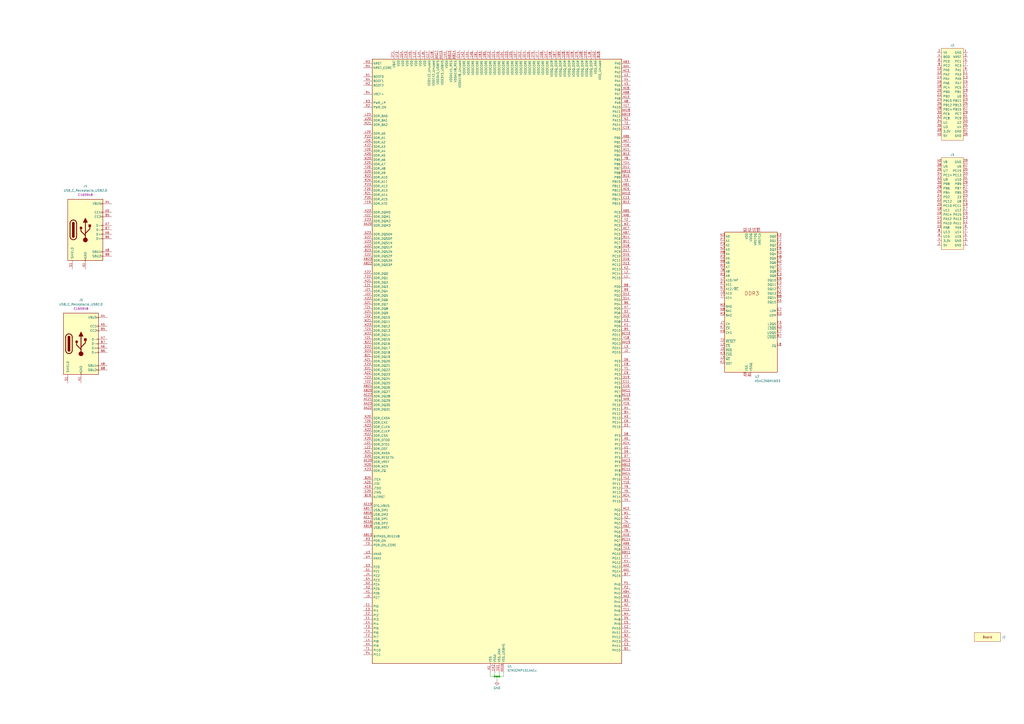
<source format=kicad_sch>
(kicad_sch (version 20230121) (generator eeschema)
  (paper "A2")
  (lib_symbols
    (symbol "Memory_RAM:AS4C256M16D3"
      (property "Reference" "U" (at -13.97 41.91 0))
      (property "Value" "AS4C256M16D3" (at 13.97 41.91 0))
      (symbol "AS4C256M16D3_0_1"
        (rectangle (start -15.24 -40.64) (end 15.24 40.64) (stroke (width 0.254)) (fill (type background)))
        (pin power_in line (at 0 43.18 270) (length 2.54) (name "VDDQ") (number "A1"))
        (pin passive line (at 0 43.18 270) (length 2.54) hide (name "VDDQ") (number "A8"))
        (pin power_in line (at -2.54 -43.18 90) (length 2.54) (name "VSS") (number "A9"))
        (pin power_in line (at 0 -43.18 90) (length 2.54) (name "VSSQ") (number "B1"))
        (pin power_in line (at -2.54 43.18 270) (length 2.54) (name "VDD") (number "B2"))
        (pin passive line (at -2.54 -43.18 90) (length 2.54) hide (name "VSS") (number "B3"))
        (pin passive line (at 0 -43.18 90) (length 2.54) hide (name "VSSQ") (number "B9"))
        (pin passive line (at 0 43.18 270) (length 2.54) hide (name "VDDQ") (number "C1"))
        (pin passive line (at 0 43.18 270) (length 2.54) hide (name "VDDQ") (number "C9"))
        (pin passive line (at 0 -43.18 90) (length 2.54) hide (name "VSSQ") (number "D1"))
        (pin passive line (at 0 43.18 270) (length 2.54) hide (name "VDDQ") (number "D2"))
        (pin passive line (at 0 -43.18 90) (length 2.54) hide (name "VSSQ") (number "D8"))
        (pin passive line (at -2.54 43.18 270) (length 2.54) hide (name "VDD") (number "D9"))
        (pin passive line (at -2.54 -43.18 90) (length 2.54) hide (name "VSS") (number "E1"))
        (pin passive line (at 0 -43.18 90) (length 2.54) hide (name "VSSQ") (number "E2"))
        (pin bidirectional line (at 17.78 38.1 180) (length 2.54) (name "DQ0") (number "E3"))
        (pin passive line (at 0 -43.18 90) (length 2.54) hide (name "VSSQ") (number "E8"))
        (pin passive line (at 0 43.18 270) (length 2.54) hide (name "VDDQ") (number "E9"))
        (pin passive line (at 0 43.18 270) (length 2.54) hide (name "VDDQ") (number "F1"))
        (pin bidirectional line (at 17.78 33.02 180) (length 2.54) (name "DQ2") (number "F2"))
        (pin bidirectional line (at 17.78 35.56 180) (length 2.54) (name "DQ1") (number "F7"))
        (pin bidirectional line (at 17.78 30.48 180) (length 2.54) (name "DQ3") (number "F8"))
        (pin passive line (at 0 -43.18 90) (length 2.54) hide (name "VSSQ") (number "F9"))
        (pin passive line (at 0 -43.18 90) (length 2.54) hide (name "VSSQ") (number "G1"))
        (pin bidirectional line (at 17.78 22.86 180) (length 2.54) (name "DQ6") (number "G2"))
        (pin passive line (at -2.54 43.18 270) (length 2.54) hide (name "VDD") (number "G7"))
        (pin passive line (at -2.54 -43.18 90) (length 2.54) hide (name "VSS") (number "G8"))
        (pin passive line (at 0 -43.18 90) (length 2.54) hide (name "VSSQ") (number "G9"))
        (pin power_in line (at 2.54 43.18 270) (length 2.54) (name "VREFDQ") (number "H1"))
        (pin passive line (at 0 43.18 270) (length 2.54) hide (name "VDDQ") (number "H2"))
        (pin bidirectional line (at 17.78 27.94 180) (length 2.54) (name "DQ4") (number "H3"))
        (pin bidirectional line (at 17.78 20.32 180) (length 2.54) (name "DQ7") (number "H7"))
        (pin bidirectional line (at 17.78 25.4 180) (length 2.54) (name "DQ5") (number "H8"))
        (pin passive line (at 0 43.18 270) (length 2.54) hide (name "VDDQ") (number "H9"))
        (pin passive line (at -2.54 -43.18 90) (length 2.54) hide (name "VSS") (number "J2"))
        (pin passive line (at -2.54 -43.18 90) (length 2.54) hide (name "VSS") (number "J8"))
        (pin passive line (at -2.54 43.18 270) (length 2.54) hide (name "VDD") (number "K2"))
        (pin passive line (at -2.54 43.18 270) (length 2.54) hide (name "VDD") (number "K8"))
        (pin input line (at -17.78 -25.4 0) (length 2.54) (name "~{CS}") (number "L2"))
        (pin input line (at -17.78 12.7 0) (length 2.54) (name "A10/AP") (number "L7"))
        (pin passive line (at -2.54 -43.18 90) (length 2.54) hide (name "VSS") (number "M1"))
        (pin passive line (at -2.54 -43.18 90) (length 2.54) hide (name "VSS") (number "M9"))
        (pin passive line (at -2.54 43.18 270) (length 2.54) hide (name "VDD") (number "N1"))
        (pin input line (at -17.78 30.48 0) (length 2.54) (name "A3") (number "N2"))
        (pin input line (at -17.78 38.1 0) (length 2.54) (name "A0") (number "N3"))
        (pin input line (at -17.78 7.62 0) (length 2.54) (name "A12/~{BC}") (number "N7"))
        (pin passive line (at -2.54 43.18 270) (length 2.54) hide (name "VDD") (number "N9"))
        (pin passive line (at -2.54 -43.18 90) (length 2.54) hide (name "VSS") (number "P1"))
        (pin input line (at -17.78 25.4 0) (length 2.54) (name "A5") (number "P2"))
        (pin input line (at -17.78 33.02 0) (length 2.54) (name "A2") (number "P3"))
        (pin input line (at -17.78 35.56 0) (length 2.54) (name "A1") (number "P7"))
        (pin input line (at -17.78 27.94 0) (length 2.54) (name "A4") (number "P8"))
        (pin passive line (at -2.54 -43.18 90) (length 2.54) hide (name "VSS") (number "P9"))
        (pin passive line (at -2.54 43.18 270) (length 2.54) hide (name "VDD") (number "R1"))
        (pin input line (at -17.78 20.32 0) (length 2.54) (name "A7") (number "R2"))
        (pin input line (at -17.78 15.24 0) (length 2.54) (name "A9") (number "R3"))
        (pin input line (at -17.78 10.16 0) (length 2.54) (name "A11") (number "R7"))
        (pin input line (at -17.78 22.86 0) (length 2.54) (name "A6") (number "R8"))
        (pin passive line (at -2.54 43.18 270) (length 2.54) hide (name "VDD") (number "R9"))
        (pin passive line (at -2.54 -43.18 90) (length 2.54) hide (name "VSS") (number "T1"))
        (pin input line (at -17.78 -22.86 0) (length 2.54) (name "~{RESET}") (number "T2"))
        (pin input line (at -17.78 5.08 0) (length 2.54) (name "A13") (number "T3"))
        (pin input line (at -17.78 2.54 0) (length 2.54) (name "A14") (number "T7"))
        (pin input line (at -17.78 17.78 0) (length 2.54) (name "A8") (number "T8"))
        (pin passive line (at -2.54 -43.18 90) (length 2.54) hide (name "VSS") (number "T9"))
      )
      (symbol "AS4C256M16D3_1_1"
        (text "DDR3" (at -3.81 3.81 0) (effects (font (size 2.1336 2.1336)) (justify left bottom)))
        (pin bidirectional line (at 17.78 5.08 180) (length 2.54) (name "DQ13") (number "A2"))
        (pin bidirectional line (at 17.78 0 180) (length 2.54) (name "DQ15") (number "A3"))
        (pin bidirectional line (at 17.78 7.62 180) (length 2.54) (name "DQ12") (number "A7"))
        (pin bidirectional line (at 17.78 -20.32 180) (length 2.54) (name "~{UDQS}") (number "B7"))
        (pin bidirectional line (at 17.78 2.54 180) (length 2.54) (name "DQ14") (number "B8"))
        (pin bidirectional line (at 17.78 10.16 180) (length 2.54) (name "DQ11") (number "C2"))
        (pin bidirectional line (at 17.78 15.24 180) (length 2.54) (name "DQ9") (number "C3"))
        (pin bidirectional line (at 17.78 -17.78 180) (length 2.54) (name "UDQS") (number "C7"))
        (pin bidirectional line (at 17.78 12.7 180) (length 2.54) (name "DQ10") (number "C8"))
        (pin input line (at 17.78 -7.62 180) (length 2.54) (name "UDM") (number "D3"))
        (pin bidirectional line (at 17.78 17.78 180) (length 2.54) (name "DQ8") (number "D7"))
        (pin input line (at 17.78 -5.08 180) (length 2.54) (name "LDM") (number "E7"))
        (pin bidirectional line (at 17.78 -12.7 180) (length 2.54) (name "LDQS") (number "F3"))
        (pin bidirectional line (at 17.78 -15.24 180) (length 2.54) (name "~{LDQS}") (number "G3"))
        (pin no_connect line (at 15.24 -27.94 180) (length 2.54) hide (name "NC") (number "J1"))
        (pin input line (at -17.78 -27.94 0) (length 2.54) (name "~{RAS}") (number "J3"))
        (pin input line (at -17.78 -12.7 0) (length 2.54) (name "CK") (number "J7"))
        (pin no_connect line (at 15.24 -30.48 180) (length 2.54) hide (name "NC") (number "J9"))
        (pin input line (at -17.78 -35.56 0) (length 2.54) (name "ODT") (number "K1"))
        (pin input line (at -17.78 -30.48 0) (length 2.54) (name "~{CAS}") (number "K3"))
        (pin input line (at -17.78 -15.24 0) (length 2.54) (name "~{CK}") (number "K7"))
        (pin input line (at -17.78 -17.78 0) (length 2.54) (name "CKE") (number "K9"))
        (pin no_connect line (at 15.24 -33.02 180) (length 2.54) hide (name "NC") (number "L1"))
        (pin input line (at -17.78 -33.02 0) (length 2.54) (name "~{WE}") (number "L3"))
        (pin input line (at 17.78 -25.4 180) (length 2.54) (name "ZQ") (number "L8"))
        (pin no_connect line (at 15.24 -35.56 180) (length 2.54) hide (name "NC") (number "L9"))
        (pin input line (at -17.78 -2.54 0) (length 2.54) (name "BA0") (number "M2"))
        (pin input line (at -17.78 -7.62 0) (length 2.54) (name "BA2") (number "M3"))
        (pin no_connect line (at 15.24 -38.1 180) (length 2.54) hide (name "NC") (number "M7"))
        (pin power_in line (at 5.08 43.18 270) (length 2.54) (name "VREFCA") (number "M8"))
        (pin input line (at -17.78 -5.08 0) (length 2.54) (name "BA1") (number "N8"))
      )
    )
    (symbol "power:GND" (power) (pin_names (offset 0))
      (property "Value" "GND" (at 0 -3.81 0))
      (symbol "GND_0_1"
        (polyline (pts (xy 0 0) (xy 0 -1.27) (xy 1.27 -1.27) (xy 0 -2.54) (xy -1.27 -1.27) (xy 0 -1.27)))
      )
      (symbol "GND_1_1"
        (pin power_in line (at 0 0 270) (length 0) hide (name "GND") (number "1"))
      )
    )
    (symbol "stm32world:STM32MP151AACx"
      (property "Reference" "U" (at -71.12 176.53 0))
      (property "Value" "STM32MP151AACx" (at 63.5 176.53 0))
      (symbol "STM32MP151AACx_0_1"
        (rectangle (start -71.12 -175.26) (end 73.66 175.26) (stroke (width 0.254)) (fill (type background)))
      )
      (symbol "STM32MP151AACx_1_1"
        (pin power_in line (at -17.78 180.34 270) (length 5.08) (name "VDDCORE") (number "1A2"))
        (pin passive line (at -2.54 -180.34 90) (length 5.08) hide (name "VSS") (number "1A3"))
        (pin power_in line (at -15.24 180.34 270) (length 5.08) (name "VDDCORE") (number "1A4"))
        (pin passive line (at -2.54 -180.34 90) (length 5.08) hide (name "VSS") (number "1A5"))
        (pin power_in line (at -12.7 180.34 270) (length 5.08) (name "VDDCORE") (number "1A6"))
        (pin passive line (at -2.54 -180.34 90) (length 5.08) hide (name "VSS") (number "1A7"))
        (pin power_in line (at 33.02 180.34 270) (length 5.08) (name "VDDQ_DDR") (number "1A8"))
        (pin power_in line (at -10.16 180.34 270) (length 5.08) (name "VDDCORE") (number "1B1"))
        (pin passive line (at -2.54 -180.34 90) (length 5.08) hide (name "VSS") (number "1B2"))
        (pin power_in line (at -7.62 180.34 270) (length 5.08) (name "VDDCORE") (number "1B3"))
        (pin passive line (at -2.54 -180.34 90) (length 5.08) hide (name "VSS") (number "1B4"))
        (pin power_in line (at -5.08 180.34 270) (length 5.08) (name "VDDCORE") (number "1B5"))
        (pin passive line (at -2.54 -180.34 90) (length 5.08) hide (name "VSS") (number "1B6"))
        (pin power_in line (at 35.56 180.34 270) (length 5.08) (name "VDDQ_DDR") (number "1B7"))
        (pin passive line (at -2.54 -180.34 90) (length 5.08) hide (name "VSS") (number "1B8"))
        (pin power_in line (at 38.1 180.34 270) (length 5.08) (name "VDDQ_DDR") (number "1B9"))
        (pin passive line (at -2.54 -180.34 90) (length 5.08) hide (name "VSS") (number "1C1"))
        (pin power_in line (at -2.54 180.34 270) (length 5.08) (name "VDDCORE") (number "1C2"))
        (pin passive line (at -2.54 -180.34 90) (length 5.08) hide (name "VSS") (number "1C3"))
        (pin power_in line (at 0 180.34 270) (length 5.08) (name "VDDCORE") (number "1C4"))
        (pin passive line (at -2.54 -180.34 90) (length 5.08) hide (name "VSS") (number "1C5"))
        (pin power_in line (at 2.54 180.34 270) (length 5.08) (name "VDDCORE") (number "1C6"))
        (pin passive line (at -2.54 -180.34 90) (length 5.08) hide (name "VSS") (number "1C7"))
        (pin power_in line (at 40.64 180.34 270) (length 5.08) (name "VDDQ_DDR") (number "1C8"))
        (pin passive line (at -2.54 -180.34 90) (length 5.08) hide (name "VSS") (number "1C9"))
        (pin power_in line (at 5.08 180.34 270) (length 5.08) (name "VDDCORE") (number "1D1"))
        (pin passive line (at -2.54 -180.34 90) (length 5.08) hide (name "VSS") (number "1D2"))
        (pin power_in line (at 7.62 180.34 270) (length 5.08) (name "VDDCORE") (number "1D3"))
        (pin passive line (at -2.54 -180.34 90) (length 5.08) hide (name "VSS") (number "1D4"))
        (pin power_in line (at 10.16 180.34 270) (length 5.08) (name "VDDCORE") (number "1D5"))
        (pin passive line (at -2.54 -180.34 90) (length 5.08) hide (name "VSS") (number "1D6"))
        (pin power_in line (at 12.7 180.34 270) (length 5.08) (name "VDDCORE") (number "1D7"))
        (pin passive line (at -2.54 -180.34 90) (length 5.08) hide (name "VSS") (number "1D8"))
        (pin power_in line (at 43.18 180.34 270) (length 5.08) (name "VDDQ_DDR") (number "1D9"))
        (pin passive line (at -2.54 -180.34 90) (length 5.08) hide (name "VSS") (number "1E1"))
        (pin power_in line (at 15.24 180.34 270) (length 5.08) (name "VDDCORE") (number "1E2"))
        (pin passive line (at -2.54 -180.34 90) (length 5.08) hide (name "VSS") (number "1E3"))
        (pin power_in line (at 17.78 180.34 270) (length 5.08) (name "VDDCORE") (number "1E4"))
        (pin passive line (at -2.54 -180.34 90) (length 5.08) hide (name "VSS") (number "1E5"))
        (pin power_in line (at 20.32 180.34 270) (length 5.08) (name "VDDCORE") (number "1E6"))
        (pin passive line (at -2.54 -180.34 90) (length 5.08) hide (name "VSS") (number "1E7"))
        (pin power_in line (at 45.72 180.34 270) (length 5.08) (name "VDDQ_DDR") (number "1E8"))
        (pin passive line (at -2.54 -180.34 90) (length 5.08) hide (name "VSS") (number "1E9"))
        (pin power_in line (at -58.42 180.34 270) (length 5.08) (name "VBAT") (number "1F1"))
        (pin passive line (at -2.54 -180.34 90) (length 5.08) hide (name "VSS") (number "1F2"))
        (pin power_in line (at -55.88 180.34 270) (length 5.08) (name "VDD") (number "1F3"))
        (pin passive line (at -2.54 -180.34 90) (length 5.08) hide (name "VSS") (number "1F4"))
        (pin power_in line (at 22.86 180.34 270) (length 5.08) (name "VDDCORE") (number "1F5"))
        (pin passive line (at -2.54 -180.34 90) (length 5.08) hide (name "VSS") (number "1F6"))
        (pin power_in line (at 25.4 180.34 270) (length 5.08) (name "VDDCORE") (number "1F7"))
        (pin passive line (at -2.54 -180.34 90) (length 5.08) hide (name "VSS") (number "1F8"))
        (pin power_in line (at 48.26 180.34 270) (length 5.08) (name "VDDQ_DDR") (number "1F9"))
        (pin power_in line (at 2.54 -180.34 90) (length 5.08) (name "VSS_ANA") (number "1G1"))
        (pin power_in line (at 58.42 180.34 270) (length 5.08) (name "VDD_ANA") (number "1G2"))
        (pin passive line (at -2.54 -180.34 90) (length 5.08) hide (name "VSS") (number "1G3"))
        (pin power_in line (at -53.34 180.34 270) (length 5.08) (name "VDD") (number "1G4"))
        (pin passive line (at -2.54 -180.34 90) (length 5.08) hide (name "VSS") (number "1G5"))
        (pin power_in line (at 27.94 180.34 270) (length 5.08) (name "VDDCORE") (number "1G6"))
        (pin passive line (at -2.54 -180.34 90) (length 5.08) hide (name "VSS") (number "1G7"))
        (pin power_in line (at 50.8 180.34 270) (length 5.08) (name "VDDQ_DDR") (number "1G8"))
        (pin passive line (at -2.54 -180.34 90) (length 5.08) hide (name "VSS") (number "1G9"))
        (pin power_in line (at -27.94 180.34 270) (length 5.08) (name "VDDA") (number "1H1"))
        (pin power_in line (at 0 -180.34 90) (length 5.08) (name "VSSA") (number "1H2"))
        (pin power_in line (at -50.8 180.34 270) (length 5.08) (name "VDD") (number "1H3"))
        (pin passive line (at -2.54 -180.34 90) (length 5.08) hide (name "VSS") (number "1H4"))
        (pin power_in line (at -48.26 180.34 270) (length 5.08) (name "VDD") (number "1H5"))
        (pin passive line (at -2.54 -180.34 90) (length 5.08) hide (name "VSS") (number "1H6"))
        (pin power_in line (at 30.48 180.34 270) (length 5.08) (name "VDDCORE") (number "1H7"))
        (pin passive line (at -2.54 -180.34 90) (length 5.08) hide (name "VSS") (number "1H8"))
        (pin power_in line (at 53.34 180.34 270) (length 5.08) (name "VDDQ_DDR") (number "1H9"))
        (pin power_in line (at -45.72 180.34 270) (length 5.08) (name "VDD") (number "1J2"))
        (pin passive line (at -2.54 -180.34 90) (length 5.08) hide (name "VSS") (number "1J3"))
        (pin power_in line (at -43.18 180.34 270) (length 5.08) (name "VDD") (number "1J4"))
        (pin passive line (at -2.54 -180.34 90) (length 5.08) hide (name "VSS") (number "1J5"))
        (pin power_in line (at -40.64 180.34 270) (length 5.08) (name "VDD") (number "1J6"))
        (pin passive line (at -2.54 -180.34 90) (length 5.08) hide (name "VSS") (number "1J7"))
        (pin power_in line (at 55.88 180.34 270) (length 5.08) (name "VDDQ_DDR") (number "1J8"))
        (pin power_in line (at -2.54 -180.34 90) (length 5.08) (name "VSS") (number "A1"))
        (pin bidirectional line (at 78.74 -101.6 180) (length 5.08) (name "PG6") (number "A10"))
        (pin bidirectional line (at 78.74 121.92 180) (length 5.08) (name "PB3") (number "A11"))
        (pin bidirectional line (at 78.74 152.4 180) (length 5.08) (name "PA8") (number "A13"))
        (pin bidirectional line (at 78.74 -48.26 180) (length 5.08) (name "PF2") (number "A14"))
        (pin no_connect line (at -71.12 -175.26 0) (length 5.08) hide (name "DNU") (number "A16"))
        (pin no_connect line (at -71.12 -172.72 0) (length 5.08) hide (name "DNU") (number "A17"))
        (pin bidirectional line (at -76.2 -73.66 0) (length 5.08) (name "JTDO") (number "A19"))
        (pin bidirectional line (at 78.74 -142.24 180) (length 5.08) (name "PH5") (number "A2"))
        (pin bidirectional line (at -76.2 -71.12 0) (length 5.08) (name "JTDI") (number "A20"))
        (pin bidirectional line (at -76.2 0 0) (length 5.08) (name "DDR_DQ20") (number "A21"))
        (pin bidirectional line (at -76.2 -7.62 0) (length 5.08) (name "DDR_DQ23") (number "A22"))
        (pin passive line (at -2.54 -180.34 90) (length 5.08) hide (name "VSS") (number "A23"))
        (pin bidirectional line (at 78.74 -33.02 180) (length 5.08) (name "PE13") (number "A3"))
        (pin bidirectional line (at 78.74 -27.94 180) (length 5.08) (name "PE11") (number "A4"))
        (pin bidirectional line (at 78.74 -45.72 180) (length 5.08) (name "PF1") (number "A5"))
        (pin bidirectional line (at 78.74 30.48 180) (length 5.08) (name "PD5") (number "A7"))
        (pin bidirectional line (at 78.74 149.86 180) (length 5.08) (name "PA9") (number "A8"))
        (pin bidirectional line (at 78.74 -121.92 180) (length 5.08) (name "PG14") (number "AA1"))
        (pin bidirectional line (at 78.74 96.52 180) (length 5.08) (name "PB13") (number "AA10"))
        (pin bidirectional line (at 78.74 -17.78 180) (length 5.08) (name "PE7") (number "AA11"))
        (pin passive line (at -2.54 -180.34 90) (length 5.08) hide (name "VSS") (number "AA12"))
        (pin bidirectional line (at 78.74 -58.42 180) (length 5.08) (name "PF6") (number "AA13"))
        (pin bidirectional line (at 78.74 -66.04 180) (length 5.08) (name "PF9") (number "AA14"))
        (pin power_in line (at -30.48 180.34 270) (length 5.08) (name "VDD3V3_USBHS") (number "AA15"))
        (pin power_in line (at 5.08 -180.34 90) (length 5.08) (name "VSS_USBHS") (number "AA16"))
        (pin power_in line (at -33.02 180.34 270) (length 5.08) (name "VDD3V3_USBFS") (number "AA17"))
        (pin bidirectional line (at 78.74 144.78 180) (length 5.08) (name "PA11") (number "AA18"))
        (pin bidirectional line (at 78.74 10.16 180) (length 5.08) (name "PD13") (number "AA19"))
        (pin bidirectional line (at 78.74 -119.38 180) (length 5.08) (name "PG13") (number "AA2"))
        (pin bidirectional line (at -76.2 78.74 0) (length 5.08) (name "DDR_DQM3") (number "AA20"))
        (pin passive line (at -2.54 -180.34 90) (length 5.08) hide (name "VSS") (number "AA21"))
        (pin bidirectional line (at -76.2 -27.94 0) (length 5.08) (name "DDR_DQ31") (number "AA22"))
        (pin bidirectional line (at -76.2 -25.4 0) (length 5.08) (name "DDR_DQ30") (number "AA23"))
        (pin bidirectional line (at 78.74 -137.16 180) (length 5.08) (name "PH3") (number "AA3"))
        (pin bidirectional line (at 78.74 170.18 180) (length 5.08) (name "PA1") (number "AA4"))
        (pin passive line (at -2.54 -180.34 90) (length 5.08) hide (name "VSS") (number "AA5"))
        (pin bidirectional line (at 78.74 83.82 180) (length 5.08) (name "PC1") (number "AA6"))
        (pin bidirectional line (at 78.74 127 180) (length 5.08) (name "PB1") (number "AA7"))
        (pin passive line (at -2.54 -180.34 90) (length 5.08) hide (name "VSS") (number "AA8"))
        (pin bidirectional line (at 78.74 -22.86 180) (length 5.08) (name "PE9") (number "AA9"))
        (pin bidirectional line (at 78.74 101.6 180) (length 5.08) (name "PB11") (number "AB1"))
        (pin bidirectional line (at 78.74 109.22 180) (length 5.08) (name "PB8") (number "AB10"))
        (pin bidirectional line (at 78.74 -111.76 180) (length 5.08) (name "PG10") (number "AB11"))
        (pin bidirectional line (at 78.74 -60.96 180) (length 5.08) (name "PF7") (number "AB12"))
        (pin bidirectional line (at -76.2 -101.6 0) (length 5.08) (name "BYPASS_REG1V8") (number "AB13"))
        (pin power_in line (at -22.86 180.34 270) (length 5.08) (name "VDDA1V8_REG") (number "AB14"))
        (pin power_in line (at -25.4 180.34 270) (length 5.08) (name "VDDA1V1_REG") (number "AB15"))
        (pin bidirectional line (at -76.2 -88.9 0) (length 5.08) (name "USB_DM2") (number "AB16"))
        (pin bidirectional line (at -76.2 -86.36 0) (length 5.08) (name "USB_DM1") (number "AB17"))
        (pin bidirectional line (at -76.2 -96.52 0) (length 5.08) (name "USB_RREF") (number "AB18"))
        (pin bidirectional line (at 78.74 142.24 180) (length 5.08) (name "PA12") (number "AB19"))
        (pin bidirectional line (at 78.74 -96.52 180) (length 5.08) (name "PG4") (number "AB2"))
        (pin bidirectional line (at -76.2 -17.78 0) (length 5.08) (name "DDR_DQ27") (number "AB20"))
        (pin bidirectional line (at -76.2 -15.24 0) (length 5.08) (name "DDR_DQ26") (number "AB21"))
        (pin bidirectional line (at -76.2 55.88 0) (length 5.08) (name "DDR_DQS3P") (number "AB22"))
        (pin bidirectional line (at -76.2 58.42 0) (length 5.08) (name "DDR_DQS3N") (number "AB23"))
        (pin bidirectional line (at 78.74 172.72 180) (length 5.08) (name "PA0") (number "AB3"))
        (pin bidirectional line (at 78.74 -134.62 180) (length 5.08) (name "PH2") (number "AB4"))
        (pin bidirectional line (at 78.74 86.36 180) (length 5.08) (name "PC0") (number "AB5"))
        (pin bidirectional line (at 78.74 129.54 180) (length 5.08) (name "PB0") (number "AB6"))
        (pin bidirectional line (at 78.74 73.66 180) (length 5.08) (name "PC5") (number "AB7"))
        (pin bidirectional line (at 78.74 154.94 180) (length 5.08) (name "PA7") (number "AB8"))
        (pin bidirectional line (at 78.74 -106.68 180) (length 5.08) (name "PG8") (number "AB9"))
        (pin passive line (at -2.54 -180.34 90) (length 5.08) hide (name "VSS") (number "AC1"))
        (pin bidirectional line (at 78.74 15.24 180) (length 5.08) (name "PD11") (number "AC10"))
        (pin bidirectional line (at 78.74 -63.5 180) (length 5.08) (name "PF8") (number "AC11"))
        (pin bidirectional line (at 78.74 -20.32 180) (length 5.08) (name "PE8") (number "AC13"))
        (pin bidirectional line (at 78.74 -104.14 180) (length 5.08) (name "PG7") (number "AC14"))
        (pin bidirectional line (at -76.2 -93.98 0) (length 5.08) (name "USB_DP2") (number "AC16"))
        (pin bidirectional line (at -76.2 -91.44 0) (length 5.08) (name "USB_DP1") (number "AC17"))
        (pin bidirectional line (at -76.2 -83.82 0) (length 5.08) (name "OTG_VBUS") (number "AC19"))
        (pin bidirectional line (at 78.74 -86.36 180) (length 5.08) (name "PG0") (number "AC2"))
        (pin bidirectional line (at -76.2 -58.42 0) (length 5.08) (name "DDR_VREF") (number "AC20"))
        (pin bidirectional line (at -76.2 -22.86 0) (length 5.08) (name "DDR_DQ29") (number "AC21"))
        (pin bidirectional line (at -76.2 -20.32 0) (length 5.08) (name "DDR_DQ28") (number "AC22"))
        (pin passive line (at -2.54 -180.34 90) (length 5.08) hide (name "VSS") (number "AC23"))
        (pin bidirectional line (at 78.74 167.64 180) (length 5.08) (name "PA2") (number "AC3"))
        (pin bidirectional line (at 78.74 -78.74 180) (length 5.08) (name "PF14") (number "AC4"))
        (pin bidirectional line (at 78.74 99.06 180) (length 5.08) (name "PB12") (number "AC5"))
        (pin bidirectional line (at 78.74 76.2 180) (length 5.08) (name "PC4") (number "AC7"))
        (pin bidirectional line (at 78.74 157.48 180) (length 5.08) (name "PA6") (number "AC8"))
        (pin bidirectional line (at 78.74 -167.64 180) (length 5.08) (name "PH15") (number "B1"))
        (pin bidirectional line (at 78.74 106.68 180) (length 5.08) (name "PB9") (number "B10"))
        (pin bidirectional line (at 78.74 68.58 180) (length 5.08) (name "PC7") (number "B11"))
        (pin bidirectional line (at 78.74 91.44 180) (length 5.08) (name "PB15") (number "B12"))
        (pin bidirectional line (at 78.74 119.38 180) (length 5.08) (name "PB4") (number "B13"))
        (pin bidirectional line (at 78.74 71.12 180) (length 5.08) (name "PC6") (number "B14"))
        (pin no_connect line (at -71.12 -170.18 0) (length 5.08) hide (name "DNU") (number "B15"))
        (pin no_connect line (at -71.12 -167.64 0) (length 5.08) hide (name "DNU") (number "B16"))
        (pin no_connect line (at -71.12 -165.1 0) (length 5.08) hide (name "DNU") (number "B17"))
        (pin power_in line (at 60.96 180.34 270) (length 5.08) (name "VDD_Unused") (number "B18"))
        (pin bidirectional line (at -76.2 -78.74 0) (length 5.08) (name "NJTRST") (number "B19"))
        (pin bidirectional line (at 78.74 -160.02 180) (length 5.08) (name "PH12") (number "B2"))
        (pin bidirectional line (at -76.2 -68.58 0) (length 5.08) (name "JTCK") (number "B20"))
        (pin bidirectional line (at -76.2 2.54 0) (length 5.08) (name "DDR_DQ19") (number "B21"))
        (pin bidirectional line (at -76.2 10.16 0) (length 5.08) (name "DDR_DQ16") (number "B22"))
        (pin bidirectional line (at -76.2 63.5 0) (length 5.08) (name "DDR_DQS2N") (number "B23"))
        (pin bidirectional line (at 78.74 -139.7 180) (length 5.08) (name "PH4") (number "B3"))
        (pin bidirectional line (at 78.74 -30.48 180) (length 5.08) (name "PE12") (number "B4"))
        (pin bidirectional line (at 78.74 17.78 180) (length 5.08) (name "PD10") (number "B5"))
        (pin bidirectional line (at 78.74 33.02 180) (length 5.08) (name "PD4") (number "B6"))
        (pin bidirectional line (at 78.74 -124.46 180) (length 5.08) (name "PG15") (number "B7"))
        (pin bidirectional line (at 78.74 43.18 180) (length 5.08) (name "PD0") (number "B8"))
        (pin bidirectional line (at 78.74 40.64 180) (length 5.08) (name "PD1") (number "B9"))
        (pin bidirectional line (at -76.2 -142.24 0) (length 5.08) (name "PI0") (number "C1"))
        (pin bidirectional line (at 78.74 -15.24 180) (length 5.08) (name "PE6") (number "C10"))
        (pin bidirectional line (at 78.74 -12.7 180) (length 5.08) (name "PE5") (number "C11"))
        (pin passive line (at -2.54 -180.34 90) (length 5.08) hide (name "VSS") (number "C12"))
        (pin bidirectional line (at 78.74 93.98 180) (length 5.08) (name "PB14") (number "C13"))
        (pin power_in line (at -20.32 180.34 270) (length 5.08) (name "VDDA1V8_Unused") (number "C14"))
        (pin no_connect line (at -71.12 -162.56 0) (length 5.08) hide (name "DNU") (number "C15"))
        (pin passive line (at -2.54 -180.34 90) (length 5.08) hide (name "VSS") (number "C16"))
        (pin power_in line (at -38.1 180.34 270) (length 5.08) (name "VDD1V2_Unused") (number "C17"))
        (pin power_in line (at -35.56 180.34 270) (length 5.08) (name "VDD1V2_Unused") (number "C18"))
        (pin bidirectional line (at 78.74 134.62 180) (length 5.08) (name "PA15") (number "C19"))
        (pin bidirectional line (at 78.74 -154.94 180) (length 5.08) (name "PH10") (number "C2"))
        (pin bidirectional line (at -76.2 -76.2 0) (length 5.08) (name "JTMS") (number "C20"))
        (pin passive line (at -2.54 -180.34 90) (length 5.08) hide (name "VSS") (number "C21"))
        (pin bidirectional line (at -76.2 60.96 0) (length 5.08) (name "DDR_DQS2P") (number "C22"))
        (pin bidirectional line (at -76.2 81.28 0) (length 5.08) (name "DDR_DQM2") (number "C23"))
        (pin bidirectional line (at 78.74 -165.1 180) (length 5.08) (name "PH14") (number "C3"))
        (pin bidirectional line (at 78.74 -157.48 180) (length 5.08) (name "PH11") (number "C4"))
        (pin bidirectional line (at 78.74 -152.4 180) (length 5.08) (name "PH9") (number "C5"))
        (pin bidirectional line (at 78.74 -35.56 180) (length 5.08) (name "PE14") (number "C6"))
        (pin passive line (at -2.54 -180.34 90) (length 5.08) hide (name "VSS") (number "C7"))
        (pin bidirectional line (at 78.74 -2.54 180) (length 5.08) (name "PE1") (number "C8"))
        (pin bidirectional line (at 78.74 -7.62 180) (length 5.08) (name "PE3") (number "C9"))
        (pin bidirectional line (at 78.74 -162.56 180) (length 5.08) (name "PH13") (number "D1"))
        (pin bidirectional line (at 78.74 25.4 180) (length 5.08) (name "PD7") (number "D10"))
        (pin bidirectional line (at 78.74 111.76 180) (length 5.08) (name "PB7") (number "D11"))
        (pin bidirectional line (at 78.74 38.1 180) (length 5.08) (name "PD2") (number "D12"))
        (pin bidirectional line (at 78.74 55.88 180) (length 5.08) (name "PC12") (number "D13"))
        (pin bidirectional line (at 78.74 35.56 180) (length 5.08) (name "PD3") (number "D14"))
        (pin bidirectional line (at 78.74 60.96 180) (length 5.08) (name "PC10") (number "D15"))
        (pin bidirectional line (at 78.74 58.42 180) (length 5.08) (name "PC11") (number "D16"))
        (pin bidirectional line (at 78.74 63.5 180) (length 5.08) (name "PC9") (number "D17"))
        (pin bidirectional line (at 78.74 66.04 180) (length 5.08) (name "PC8") (number "D18"))
        (pin bidirectional line (at 78.74 -10.16 180) (length 5.08) (name "PE4") (number "D19"))
        (pin bidirectional line (at 78.74 27.94 180) (length 5.08) (name "PD6") (number "D2"))
        (pin bidirectional line (at -76.2 -55.88 0) (length 5.08) (name "DDR_RESETN") (number "D20"))
        (pin bidirectional line (at -76.2 -5.08 0) (length 5.08) (name "DDR_DQ22") (number "D21"))
        (pin bidirectional line (at -76.2 7.62 0) (length 5.08) (name "DDR_DQ17") (number "D22"))
        (pin bidirectional line (at -76.2 5.08 0) (length 5.08) (name "DDR_DQ18") (number "D23"))
        (pin bidirectional line (at 78.74 -38.1 180) (length 5.08) (name "PE15") (number "D3"))
        (pin passive line (at -2.54 -180.34 90) (length 5.08) hide (name "VSS") (number "D4"))
        (pin bidirectional line (at 78.74 -149.86 180) (length 5.08) (name "PH8") (number "D5"))
        (pin bidirectional line (at 78.74 0 180) (length 5.08) (name "PE0") (number "D6"))
        (pin bidirectional line (at 78.74 -55.88 180) (length 5.08) (name "PF5") (number "D7"))
        (pin bidirectional line (at 78.74 -43.18 180) (length 5.08) (name "PF0") (number "D8"))
        (pin bidirectional line (at 78.74 -53.34 180) (length 5.08) (name "PF4") (number "D9"))
        (pin bidirectional line (at -76.2 -149.86 0) (length 5.08) (name "PI3") (number "E1"))
        (pin bidirectional line (at -76.2 -147.32 0) (length 5.08) (name "PI2") (number "E2"))
        (pin bidirectional line (at -76.2 114.3 0) (length 5.08) (name "DDR_A7") (number "E20"))
        (pin bidirectional line (at -76.2 43.18 0) (length 5.08) (name "DDR_DQ3") (number "E21"))
        (pin bidirectional line (at -76.2 50.8 0) (length 5.08) (name "DDR_DQ0") (number "E22"))
        (pin bidirectional line (at -76.2 -2.54 0) (length 5.08) (name "DDR_DQ21") (number "E23"))
        (pin bidirectional line (at -76.2 -144.78 0) (length 5.08) (name "PI1") (number "E3"))
        (pin bidirectional line (at -76.2 -152.4 0) (length 5.08) (name "PI4") (number "E4"))
        (pin bidirectional line (at -76.2 -160.02 0) (length 5.08) (name "PI7") (number "F2"))
        (pin bidirectional line (at -76.2 99.06 0) (length 5.08) (name "DDR_A13") (number "F20"))
        (pin passive line (at -2.54 -180.34 90) (length 5.08) hide (name "VSS") (number "F21"))
        (pin bidirectional line (at -76.2 48.26 0) (length 5.08) (name "DDR_DQ1") (number "F22"))
        (pin bidirectional line (at -76.2 -154.94 0) (length 5.08) (name "PI5") (number "F3"))
        (pin bidirectional line (at -76.2 -157.48 0) (length 5.08) (name "PI6") (number "F4"))
        (pin bidirectional line (at -76.2 -121.92 0) (length 5.08) (name "PZ1") (number "G1"))
        (pin bidirectional line (at -76.2 -129.54 0) (length 5.08) (name "PZ4") (number "G2"))
        (pin bidirectional line (at -76.2 109.22 0) (length 5.08) (name "DDR_A9") (number "G20"))
        (pin bidirectional line (at -76.2 33.02 0) (length 5.08) (name "DDR_DQ7") (number "G21"))
        (pin bidirectional line (at -76.2 71.12 0) (length 5.08) (name "DDR_DQS0P") (number "G22"))
        (pin bidirectional line (at -76.2 73.66 0) (length 5.08) (name "DDR_DQS0N") (number "G23"))
        (pin bidirectional line (at -76.2 -119.38 0) (length 5.08) (name "PZ0") (number "G3"))
        (pin bidirectional line (at -76.2 -127 0) (length 5.08) (name "PZ3") (number "G4"))
        (pin bidirectional line (at -76.2 -134.62 0) (length 5.08) (name "PZ6") (number "H1"))
        (pin bidirectional line (at -76.2 -132.08 0) (length 5.08) (name "PZ5") (number "H2"))
        (pin bidirectional line (at -76.2 119.38 0) (length 5.08) (name "DDR_A5") (number "H20"))
        (pin bidirectional line (at -76.2 45.72 0) (length 5.08) (name "DDR_DQ2") (number "H21"))
        (pin bidirectional line (at -76.2 35.56 0) (length 5.08) (name "DDR_DQ6") (number "H22"))
        (pin bidirectional line (at -76.2 86.36 0) (length 5.08) (name "DDR_DQM0") (number "H23"))
        (pin passive line (at -2.54 -180.34 90) (length 5.08) hide (name "VSS") (number "H3"))
        (pin bidirectional line (at -76.2 -165.1 0) (length 5.08) (name "PI9") (number "H4"))
        (pin bidirectional line (at 78.74 5.08 180) (length 5.08) (name "PD15") (number "J2"))
        (pin bidirectional line (at -76.2 127 0) (length 5.08) (name "DDR_A2") (number "J20"))
        (pin bidirectional line (at -76.2 40.64 0) (length 5.08) (name "DDR_DQ4") (number "J21"))
        (pin bidirectional line (at -76.2 38.1 0) (length 5.08) (name "DDR_DQ5") (number "J22"))
        (pin bidirectional line (at -76.2 -137.16 0) (length 5.08) (name "PZ7") (number "J3"))
        (pin bidirectional line (at -76.2 -124.46 0) (length 5.08) (name "PZ2") (number "J4"))
        (pin bidirectional line (at 78.74 20.32 180) (length 5.08) (name "PD9") (number "K1"))
        (pin bidirectional line (at 78.74 53.34 180) (length 5.08) (name "PC13") (number "K2"))
        (pin bidirectional line (at -76.2 -45.72 0) (length 5.08) (name "DDR_DTO0") (number "K20"))
        (pin passive line (at -2.54 -180.34 90) (length 5.08) hide (name "VSS") (number "K21"))
        (pin bidirectional line (at -76.2 124.46 0) (length 5.08) (name "DDR_A3") (number "K22"))
        (pin bidirectional line (at -76.2 -63.5 0) (length 5.08) (name "DDR_ZQ") (number "K23"))
        (pin bidirectional line (at 78.74 22.86 180) (length 5.08) (name "PD8") (number "K3"))
        (pin bidirectional line (at 78.74 -116.84 180) (length 5.08) (name "PG12") (number "K4"))
        (pin bidirectional line (at 78.74 48.26 180) (length 5.08) (name "PC15") (number "L1"))
        (pin bidirectional line (at 78.74 50.8 180) (length 5.08) (name "PC14") (number "L2"))
        (pin bidirectional line (at -76.2 132.08 0) (length 5.08) (name "DDR_A0") (number "L20"))
        (pin bidirectional line (at -76.2 -48.26 0) (length 5.08) (name "DDR_DTO1") (number "L21"))
        (pin bidirectional line (at -76.2 -50.8 0) (length 5.08) (name "DDR_ODT") (number "L22"))
        (pin bidirectional line (at -76.2 142.24 0) (length 5.08) (name "DDR_BA0") (number "L23"))
        (pin bidirectional line (at 78.74 7.62 180) (length 5.08) (name "PD14") (number "L3"))
        (pin bidirectional line (at -76.2 -162.56 0) (length 5.08) (name "PI8") (number "L4"))
        (pin input line (at -76.2 160.02 0) (length 5.08) (name "BOOT2") (number "M2"))
        (pin bidirectional line (at -76.2 -60.96 0) (length 5.08) (name "DDR_WEN") (number "M20"))
        (pin bidirectional line (at -76.2 137.16 0) (length 5.08) (name "DDR_BA2") (number "M21"))
        (pin bidirectional line (at -76.2 -43.18 0) (length 5.08) (name "DDR_CSN") (number "M22"))
        (pin input line (at -76.2 172.72 0) (length 5.08) (name "NRST") (number "M3"))
        (pin input line (at -76.2 170.18 0) (length 5.08) (name "NRST_CORE") (number "M4"))
        (pin input line (at -76.2 165.1 0) (length 5.08) (name "BOOT0") (number "N1"))
        (pin bidirectional line (at 78.74 139.7 180) (length 5.08) (name "PA13") (number "N2"))
        (pin bidirectional line (at -76.2 -33.02 0) (length 5.08) (name "DDR_CASN") (number "N20"))
        (pin bidirectional line (at -76.2 -53.34 0) (length 5.08) (name "DDR_RASN") (number "N21"))
        (pin bidirectional line (at -76.2 -40.64 0) (length 5.08) (name "DDR_CLKP") (number "N22"))
        (pin bidirectional line (at -76.2 -38.1 0) (length 5.08) (name "DDR_CLKN") (number "N23"))
        (pin output line (at -76.2 149.86 0) (length 5.08) (name "PWR_LP") (number "N3"))
        (pin input line (at -76.2 162.56 0) (length 5.08) (name "BOOT1") (number "N4"))
        (pin bidirectional line (at 78.74 -129.54 180) (length 5.08) (name "PH0") (number "P1"))
        (pin bidirectional line (at 78.74 -132.08 180) (length 5.08) (name "PH1") (number "P2"))
        (pin bidirectional line (at -76.2 93.98 0) (length 5.08) (name "DDR_A15") (number "P20"))
        (pin passive line (at -2.54 -180.34 90) (length 5.08) hide (name "VSS") (number "P21"))
        (pin bidirectional line (at -76.2 129.54 0) (length 5.08) (name "DDR_A1") (number "P22"))
        (pin bidirectional line (at -76.2 101.6 0) (length 5.08) (name "DDR_A12") (number "P23"))
        (pin passive line (at -2.54 -180.34 90) (length 5.08) hide (name "VSS") (number "P3"))
        (pin bidirectional line (at -76.2 -170.18 0) (length 5.08) (name "PI11") (number "P4"))
        (pin output line (at -76.2 147.32 0) (length 5.08) (name "PWR_ON") (number "R2"))
        (pin bidirectional line (at -76.2 104.14 0) (length 5.08) (name "DDR_A11") (number "R20"))
        (pin bidirectional line (at -76.2 96.52 0) (length 5.08) (name "DDR_A14") (number "R21"))
        (pin bidirectional line (at -76.2 106.68 0) (length 5.08) (name "DDR_A10") (number "R22"))
        (pin bidirectional line (at -76.2 -104.14 0) (length 5.08) (name "PDR_ON") (number "R3"))
        (pin input line (at -76.2 154.94 0) (length 5.08) (name "VREF+") (number "R4"))
        (pin bidirectional line (at -76.2 -167.64 0) (length 5.08) (name "PI10") (number "T1"))
        (pin bidirectional line (at 78.74 137.16 180) (length 5.08) (name "PA14") (number "T2"))
        (pin bidirectional line (at -76.2 -35.56 0) (length 5.08) (name "DDR_CKE") (number "T20"))
        (pin bidirectional line (at -76.2 30.48 0) (length 5.08) (name "DDR_DQ8") (number "T21"))
        (pin bidirectional line (at -76.2 25.4 0) (length 5.08) (name "DDR_DQ10") (number "T22"))
        (pin bidirectional line (at -76.2 17.78 0) (length 5.08) (name "DDR_DQ13") (number "T23"))
        (pin bidirectional line (at -76.2 -106.68 0) (length 5.08) (name "PDR_ON_CORE") (number "T3"))
        (pin bidirectional line (at 78.74 -93.98 180) (length 5.08) (name "PG3") (number "T4"))
        (pin bidirectional line (at 78.74 -50.8 180) (length 5.08) (name "PF3") (number "U1"))
        (pin bidirectional line (at 78.74 165.1 180) (length 5.08) (name "PA3") (number "U2"))
        (pin bidirectional line (at -76.2 139.7 0) (length 5.08) (name "DDR_BA1") (number "U20"))
        (pin bidirectional line (at -76.2 27.94 0) (length 5.08) (name "DDR_DQ9") (number "U21"))
        (pin bidirectional line (at -76.2 66.04 0) (length 5.08) (name "DDR_DQS1P") (number "U22"))
        (pin bidirectional line (at -76.2 68.58 0) (length 5.08) (name "DDR_DQS1N") (number "U23"))
        (pin bidirectional line (at -76.2 -111.76 0) (length 5.08) (name "ANA0") (number "U3"))
        (pin bidirectional line (at -76.2 -114.3 0) (length 5.08) (name "ANA1") (number "U4"))
        (pin bidirectional line (at 78.74 -91.44 180) (length 5.08) (name "PG2") (number "V2"))
        (pin bidirectional line (at -76.2 121.92 0) (length 5.08) (name "DDR_A4") (number "V20"))
        (pin passive line (at -2.54 -180.34 90) (length 5.08) hide (name "VSS") (number "V21"))
        (pin bidirectional line (at -76.2 83.82 0) (length 5.08) (name "DDR_DQM1") (number "V22"))
        (pin bidirectional line (at 78.74 160.02 180) (length 5.08) (name "PA5") (number "V3"))
        (pin bidirectional line (at 78.74 162.56 180) (length 5.08) (name "PA4") (number "V4"))
        (pin bidirectional line (at 78.74 -88.9 180) (length 5.08) (name "PG1") (number "W1"))
        (pin bidirectional line (at 78.74 78.74 180) (length 5.08) (name "PC3") (number "W2"))
        (pin bidirectional line (at -76.2 116.84 0) (length 5.08) (name "DDR_A6") (number "W20"))
        (pin bidirectional line (at -76.2 22.86 0) (length 5.08) (name "DDR_DQ11") (number "W21"))
        (pin bidirectional line (at -76.2 15.24 0) (length 5.08) (name "DDR_DQ14") (number "W22"))
        (pin bidirectional line (at -76.2 20.32 0) (length 5.08) (name "DDR_DQ12") (number "W23"))
        (pin passive line (at -2.54 -180.34 90) (length 5.08) hide (name "VSS") (number "W3"))
        (pin bidirectional line (at 78.74 -147.32 180) (length 5.08) (name "PH7") (number "W4"))
        (pin bidirectional line (at 78.74 -5.08 180) (length 5.08) (name "PE2") (number "Y1"))
        (pin bidirectional line (at 78.74 -71.12 180) (length 5.08) (name "PF11") (number "Y10"))
        (pin bidirectional line (at 78.74 -144.78 180) (length 5.08) (name "PH6") (number "Y11"))
        (pin bidirectional line (at 78.74 -68.58 180) (length 5.08) (name "PF10") (number "Y12"))
        (pin bidirectional line (at 78.74 -109.22 180) (length 5.08) (name "PG9") (number "Y13"))
        (pin bidirectional line (at 78.74 114.3 180) (length 5.08) (name "PB6") (number "Y14"))
        (pin bidirectional line (at 78.74 -25.4 180) (length 5.08) (name "PE10") (number "Y15"))
        (pin bidirectional line (at 78.74 124.46 180) (length 5.08) (name "PB2") (number "Y16"))
        (pin bidirectional line (at 78.74 147.32 180) (length 5.08) (name "PA10") (number "Y17"))
        (pin bidirectional line (at 78.74 12.7 180) (length 5.08) (name "PD12") (number "Y18"))
        (pin bidirectional line (at -76.2 91.44 0) (length 5.08) (name "DDR_ATO") (number "Y19"))
        (pin bidirectional line (at 78.74 81.28 180) (length 5.08) (name "PC2") (number "Y2"))
        (pin bidirectional line (at -76.2 111.76 0) (length 5.08) (name "DDR_A8") (number "Y20"))
        (pin bidirectional line (at -76.2 12.7 0) (length 5.08) (name "DDR_DQ15") (number "Y21"))
        (pin bidirectional line (at -76.2 -12.7 0) (length 5.08) (name "DDR_DQ25") (number "Y22"))
        (pin bidirectional line (at -76.2 -10.16 0) (length 5.08) (name "DDR_DQ24") (number "Y23"))
        (pin bidirectional line (at 78.74 104.14 180) (length 5.08) (name "PB10") (number "Y3"))
        (pin bidirectional line (at 78.74 -81.28 180) (length 5.08) (name "PF15") (number "Y4"))
        (pin bidirectional line (at 78.74 -76.2 180) (length 5.08) (name "PF13") (number "Y5"))
        (pin bidirectional line (at 78.74 -99.06 180) (length 5.08) (name "PG5") (number "Y6"))
        (pin bidirectional line (at 78.74 -114.3 180) (length 5.08) (name "PG11") (number "Y7"))
        (pin bidirectional line (at 78.74 116.84 180) (length 5.08) (name "PB5") (number "Y8"))
        (pin bidirectional line (at 78.74 -73.66 180) (length 5.08) (name "PF12") (number "Y9"))
      )
    )
    (symbol "stm32world:STM32WORLD_BOARD" (pin_names (offset 1.016))
      (property "Reference" "J" (at -6.35 3.81 0))
      (symbol "STM32WORLD_BOARD_0_0"
        (text "Board" (at 0 0 0) (effects (font (size 1.27 1.27))))
      )
      (symbol "STM32WORLD_BOARD_0_1"
        (rectangle (start -7.62 2.54) (end 7.62 -2.54) (stroke (width 0.1524)) (fill (type background)))
      )
    )
    (symbol "stm32world:STM32WORLD_CONNECTOR_1" (pin_names (offset 1.016))
      (property "Reference" "J" (at -6.35 27.94 0))
      (symbol "STM32WORLD_CONNECTOR_1_0_1"
        (rectangle (start -6.35 26.67) (end 6.35 -26.67) (fill (type background)))
      )
      (symbol "STM32WORLD_CONNECTOR_1_1_1"
        (pin passive line (at 8.89 24.13 180) (length 2.54) (name "GND") (number "1"))
        (pin passive line (at -8.89 13.97 0) (length 2.54) (name "PA0") (number "10"))
        (pin passive line (at 8.89 11.43 180) (length 2.54) (name "PA3") (number "11"))
        (pin passive line (at -8.89 11.43 0) (length 2.54) (name "PA2") (number "12"))
        (pin passive line (at 8.89 8.89 180) (length 2.54) (name "PA5") (number "13"))
        (pin passive line (at -8.89 8.89 0) (length 2.54) (name "PA4") (number "14"))
        (pin passive line (at 8.89 6.35 180) (length 2.54) (name "PA7") (number "15"))
        (pin passive line (at -8.89 6.35 0) (length 2.54) (name "PA6") (number "16"))
        (pin passive line (at 8.89 3.81 180) (length 2.54) (name "PC5") (number "17"))
        (pin passive line (at -8.89 3.81 0) (length 2.54) (name "PC4") (number "18"))
        (pin passive line (at 8.89 1.27 180) (length 2.54) (name "PB1") (number "19"))
        (pin passive line (at -8.89 24.13 0) (length 2.54) (name "VA") (number "2"))
        (pin passive line (at -8.89 1.27 0) (length 2.54) (name "PB0") (number "20"))
        (pin passive line (at 8.89 -1.27 180) (length 2.54) (name "U0") (number "21"))
        (pin passive line (at -8.89 -1.27 0) (length 2.54) (name "PB2") (number "22"))
        (pin passive line (at 8.89 -3.81 180) (length 2.54) (name "PB11") (number "23"))
        (pin passive line (at -8.89 -3.81 0) (length 2.54) (name "PB10") (number "24"))
        (pin passive line (at 8.89 -6.35 180) (length 2.54) (name "PB13") (number "25"))
        (pin passive line (at -8.89 -6.35 0) (length 2.54) (name "PB12") (number "26"))
        (pin passive line (at 8.89 -8.89 180) (length 2.54) (name "PB15") (number "27"))
        (pin passive line (at -8.89 -8.89 0) (length 2.54) (name "PB14") (number "28"))
        (pin passive line (at 8.89 -11.43 180) (length 2.54) (name "PC7") (number "29"))
        (pin passive line (at 8.89 21.59 180) (length 2.54) (name "NRST") (number "3"))
        (pin passive line (at -8.89 -11.43 0) (length 2.54) (name "PC6") (number "30"))
        (pin passive line (at 8.89 -13.97 180) (length 2.54) (name "PC9") (number "31"))
        (pin passive line (at -8.89 -13.97 0) (length 2.54) (name "PC8") (number "32"))
        (pin passive line (at 8.89 -16.51 180) (length 2.54) (name "U2") (number "33"))
        (pin passive line (at -8.89 -16.51 0) (length 2.54) (name "U1") (number "34"))
        (pin passive line (at 8.89 -19.05 180) (length 2.54) (name "U4") (number "35"))
        (pin passive line (at -8.89 -19.05 0) (length 2.54) (name "U3") (number "36"))
        (pin passive line (at 8.89 -21.59 180) (length 2.54) (name "GND") (number "37"))
        (pin passive line (at -8.89 -21.59 0) (length 2.54) (name "3.3V") (number "38"))
        (pin passive line (at 8.89 -24.13 180) (length 2.54) (name "GND") (number "39"))
        (pin passive line (at -8.89 21.59 0) (length 2.54) (name "BO0") (number "4"))
        (pin passive line (at -8.89 -24.13 0) (length 2.54) (name "5V") (number "40"))
        (pin passive line (at 8.89 19.05 180) (length 2.54) (name "PC1") (number "5"))
        (pin passive line (at -8.89 19.05 0) (length 2.54) (name "PC0") (number "6"))
        (pin passive line (at 8.89 16.51 180) (length 2.54) (name "PC3") (number "7"))
        (pin passive line (at -8.89 16.51 0) (length 2.54) (name "PC2") (number "8"))
        (pin passive line (at 8.89 13.97 180) (length 2.54) (name "PA1") (number "9"))
      )
    )
    (symbol "stm32world:STM32WORLD_CONNECTOR_2" (pin_names (offset 1.016))
      (property "Reference" "J" (at -5.08 27.94 0))
      (symbol "STM32WORLD_CONNECTOR_2_0_1"
        (rectangle (start 6.35 26.67) (end -6.35 -26.67) (fill (type background)))
      )
      (symbol "STM32WORLD_CONNECTOR_2_1_1"
        (pin passive line (at 8.89 -24.13 180) (length 2.54) (name "GND") (number "1"))
        (pin passive line (at -8.89 -13.97 0) (length 2.54) (name "PA8") (number "10"))
        (pin passive line (at 8.89 -11.43 180) (length 2.54) (name "PA11") (number "11"))
        (pin passive line (at -8.89 -11.43 0) (length 2.54) (name "PA10") (number "12"))
        (pin passive line (at 8.89 -8.89 180) (length 2.54) (name "PA13") (number "13"))
        (pin passive line (at -8.89 -8.89 0) (length 2.54) (name "PA12") (number "14"))
        (pin passive line (at 8.89 -6.35 180) (length 2.54) (name "PA15") (number "15"))
        (pin passive line (at -8.89 -6.35 0) (length 2.54) (name "PA14") (number "16"))
        (pin passive line (at 8.89 -3.81 180) (length 2.54) (name "U12") (number "17"))
        (pin passive line (at -8.89 -3.81 0) (length 2.54) (name "U11") (number "18"))
        (pin passive line (at 8.89 -1.27 180) (length 2.54) (name "PC11") (number "19"))
        (pin passive line (at -8.89 -24.13 0) (length 2.54) (name "5V") (number "2"))
        (pin passive line (at -8.89 -1.27 0) (length 2.54) (name "PC10") (number "20"))
        (pin passive line (at 8.89 1.27 180) (length 2.54) (name "U8") (number "21"))
        (pin passive line (at -8.89 1.27 0) (length 2.54) (name "PC12") (number "22"))
        (pin passive line (at 8.89 3.81 180) (length 2.54) (name "23") (number "23"))
        (pin passive line (at -8.89 3.81 0) (length 2.54) (name "PD2") (number "24"))
        (pin passive line (at 8.89 6.35 180) (length 2.54) (name "PB5") (number "25"))
        (pin passive line (at -8.89 6.35 0) (length 2.54) (name "PB4") (number "26"))
        (pin passive line (at 8.89 8.89 180) (length 2.54) (name "PB7") (number "27"))
        (pin passive line (at -8.89 8.89 0) (length 2.54) (name "PB6") (number "28"))
        (pin passive line (at 8.89 11.43 180) (length 2.54) (name "PB9") (number "29"))
        (pin passive line (at 8.89 -21.59 180) (length 2.54) (name "GND") (number "3"))
        (pin passive line (at -8.89 11.43 0) (length 2.54) (name "PB8") (number "30"))
        (pin passive line (at 8.89 13.97 180) (length 2.54) (name "U10") (number "31"))
        (pin passive line (at -8.89 13.97 0) (length 2.54) (name "U9") (number "32"))
        (pin passive line (at 8.89 16.51 180) (length 2.54) (name "PC13") (number "33"))
        (pin passive line (at -8.89 16.51 0) (length 2.54) (name "PC14") (number "34"))
        (pin passive line (at 8.89 19.05 180) (length 2.54) (name "PC15") (number "35"))
        (pin passive line (at -8.89 19.05 0) (length 2.54) (name "U7") (number "36"))
        (pin passive line (at 8.89 21.59 180) (length 2.54) (name "U6") (number "37"))
        (pin passive line (at -8.89 21.59 0) (length 2.54) (name "U5") (number "38"))
        (pin passive line (at 8.89 24.13 180) (length 2.54) (name "GND") (number "39"))
        (pin passive line (at -8.89 -21.59 0) (length 2.54) (name "3.3V") (number "4"))
        (pin passive line (at -8.89 24.13 0) (length 2.54) (name "VB") (number "40"))
        (pin passive line (at 8.89 -19.05 180) (length 2.54) (name "U16") (number "5"))
        (pin passive line (at -8.89 -19.05 0) (length 2.54) (name "U15") (number "6"))
        (pin passive line (at 8.89 -16.51 180) (length 2.54) (name "U14") (number "7"))
        (pin passive line (at -8.89 -16.51 0) (length 2.54) (name "U13") (number "8"))
        (pin passive line (at 8.89 -13.97 180) (length 2.54) (name "PA9") (number "9"))
      )
    )
    (symbol "stm32world:USB_C_Receptacle_USB2.0" (pin_names (offset 1.016))
      (property "Reference" "J" (at -10.16 19.05 0))
      (property "Value" "USB_C_Receptacle_USB2.0" (at 19.05 19.05 0))
      (property "LCSC" "C165948" (at 0 0 0))
      (symbol "USB_C_Receptacle_USB2.0_0_0"
        (rectangle (start -0.254 -17.78) (end 0.254 -16.764))
        (rectangle (start 10.16 -14.986) (end 9.144 -15.494))
        (rectangle (start 10.16 -12.446) (end 9.144 -12.954))
        (rectangle (start 10.16 -4.826) (end 9.144 -5.334))
        (rectangle (start 10.16 -2.286) (end 9.144 -2.794))
        (rectangle (start 10.16 0.254) (end 9.144 -0.254))
        (rectangle (start 10.16 2.794) (end 9.144 2.286))
        (rectangle (start 10.16 7.874) (end 9.144 7.366))
        (rectangle (start 10.16 10.414) (end 9.144 9.906))
        (rectangle (start 10.16 15.494) (end 9.144 14.986))
      )
      (symbol "USB_C_Receptacle_USB2.0_0_1"
        (rectangle (start -10.16 17.78) (end 10.16 -17.78) (stroke (width 0.254)) (fill (type background)))
        (arc (start -8.89 -3.81) (mid -6.985 -5.7067) (end -5.08 -3.81) (stroke (width 0.508)))
        (arc (start -7.62 -3.81) (mid -6.985 -4.4423) (end -6.35 -3.81) (stroke (width 0.254)))
        (arc (start -7.62 -3.81) (mid -6.985 -4.4423) (end -6.35 -3.81) (stroke (width 0.254)) (fill (type outline)))
        (rectangle (start -7.62 -3.81) (end -6.35 3.81) (stroke (width 0.254)) (fill (type outline)))
        (arc (start -6.35 3.81) (mid -6.985 4.4423) (end -7.62 3.81) (stroke (width 0.254)))
        (arc (start -6.35 3.81) (mid -6.985 4.4423) (end -7.62 3.81) (stroke (width 0.254)) (fill (type outline)))
        (arc (start -5.08 3.81) (mid -6.985 5.7067) (end -8.89 3.81) (stroke (width 0.508)))
        (circle (center -2.54 1.143) (radius 0.635) (stroke (width 0.254)) (fill (type outline)))
        (circle (center 0 -5.842) (radius 1.27) (fill (type outline)))
        (polyline (pts (xy -8.89 -3.81) (xy -8.89 3.81)) (stroke (width 0.508)))
        (polyline (pts (xy -5.08 3.81) (xy -5.08 -3.81)) (stroke (width 0.508)))
        (polyline (pts (xy 0 -5.842) (xy 0 4.318)) (stroke (width 0.508)))
        (polyline (pts (xy 0 -3.302) (xy -2.54 -0.762) (xy -2.54 0.508)) (stroke (width 0.508)))
        (polyline (pts (xy 0 -2.032) (xy 2.54 0.508) (xy 2.54 1.778)) (stroke (width 0.508)))
        (polyline (pts (xy -1.27 4.318) (xy 0 6.858) (xy 1.27 4.318) (xy -1.27 4.318)) (stroke (width 0.254)) (fill (type outline)))
        (rectangle (start 1.905 1.778) (end 3.175 3.048) (stroke (width 0.254)) (fill (type outline)))
      )
      (symbol "USB_C_Receptacle_USB2.0_1_1"
        (pin passive line (at 0 -22.86 90) (length 5.08) (name "GND") (number "A1"))
        (pin passive line (at 0 -22.86 90) (length 5.08) hide (name "GND") (number "A12"))
        (pin passive line (at 15.24 15.24 180) (length 5.08) (name "VBUS") (number "A4"))
        (pin bidirectional line (at 15.24 10.16 180) (length 5.08) (name "CC1") (number "A5"))
        (pin bidirectional line (at 15.24 -2.54 180) (length 5.08) (name "D+") (number "A6"))
        (pin bidirectional line (at 15.24 2.54 180) (length 5.08) (name "D-") (number "A7"))
        (pin bidirectional line (at 15.24 -12.7 180) (length 5.08) (name "SBU1") (number "A8"))
        (pin passive line (at 15.24 15.24 180) (length 5.08) hide (name "VBUS") (number "A9"))
        (pin passive line (at 0 -22.86 90) (length 5.08) hide (name "GND") (number "B1"))
        (pin passive line (at 0 -22.86 90) (length 5.08) hide (name "GND") (number "B12"))
        (pin passive line (at 15.24 15.24 180) (length 5.08) hide (name "VBUS") (number "B4"))
        (pin bidirectional line (at 15.24 7.62 180) (length 5.08) (name "CC2") (number "B5"))
        (pin bidirectional line (at 15.24 -5.08 180) (length 5.08) (name "D+") (number "B6"))
        (pin bidirectional line (at 15.24 0 180) (length 5.08) (name "D-") (number "B7"))
        (pin bidirectional line (at 15.24 -15.24 180) (length 5.08) (name "SBU2") (number "B8"))
        (pin passive line (at 15.24 15.24 180) (length 5.08) hide (name "VBUS") (number "B9"))
        (pin passive line (at -7.62 -22.86 90) (length 5.08) (name "SHIELD") (number "S1"))
      )
    )
  )
  (junction (at 287.02 392.43))
  (junction (at 288.29 392.43))
  (junction (at 289.56 392.43))
  (wire (pts (xy 287.02 389.89) (xy 287.02 392.43)))
  (wire (pts (xy 289.56 392.43) (xy 292.1 392.43)))
  (wire (pts (xy 292.1 392.43) (xy 292.1 389.89)))
  (wire (pts (xy 284.48 392.43) (xy 287.02 392.43)))
  (wire (pts (xy 288.29 392.43) (xy 289.56 392.43)))
  (wire (pts (xy 288.29 392.43) (xy 288.29 394.97)))
  (wire (pts (xy 287.02 392.43) (xy 288.29 392.43)))
  (wire (pts (xy 284.48 389.89) (xy 284.48 392.43)))
  (wire (pts (xy 289.56 389.89) (xy 289.56 392.43)))
  (symbol (lib_id "stm32world:USB_C_Receptacle_USB2.0") (at 49.53 133.35 0) (unit 1)
    (property "Reference" "J4" (at 49.53 107.95 0))
    (property "Value" "USB_C_Receptacle_USB2.0" (at 49.53 110.49 0))
    (property "Footprint" "stm32world:USB_C_Receptacle_HRO_TYPE-C-31-M-12" (effects hide))
    (property "LCSC" "C165948" (at 49.53 113.03 0))
  )
  (symbol (lib_id "stm32world:STM32WORLD_CONNECTOR_2") (at 552.45 118.11 0) (unit 1)
    (property "Reference" "J3" (at 552.45 89.8469 0))
    (property "Value" "STM32WORLD_CONNECTOR_2" (effects hide))
    (property "Footprint" "stm32world:PinSocket_2x20_P2.54mm_Vertical_Stackable" (effects hide))
    (property "LCSC" "C35165" (effects hide))
  )
  (symbol (lib_id "stm32world:STM32WORLD_BOARD") (at 572.77 369.57 0) (unit 1)
    (property "Reference" "J1" (at 581.1012 369.57 0) (effects (justify left)))
    (property "Value" "STM32WORLD_BOARD" (effects hide))
    (property "Footprint" "stm32world:STM32WORLD_BOARD" (effects hide))
  )
  (symbol (lib_id "stm32world:STM32MP151AACx") (at 287.02 209.55 0) (unit 1)
    (property "Reference" "U1" (at 294.2941 386.5301 0) (effects (justify left)))
    (property "Value" "STM32MP151AACx" (at 294.2941 388.9543 0) (effects (justify left)))
    (property "Footprint" "stm32world:ST_TFBGA-361_12x12mm_Layout23x23_P0.5mmP0.65mm" (effects hide))
    (property "Datasheet" "https://www.st.com/resource/en/datasheet/stm32mp151a.pdf" (effects hide))
    (property "LCSC" "C1555473" (effects hide))
  )
  (symbol (lib_id "stm32world:USB_C_Receptacle_USB2.0") (at 46.99 199.39 0) (unit 1)
    (property "Reference" "J5" (at 46.99 173.99 0))
    (property "Value" "USB_C_Receptacle_USB2.0" (at 46.99 176.53 0))
    (property "Footprint" "stm32world:USB_C_Receptacle_HRO_TYPE-C-31-M-12" (effects hide))
    (property "LCSC" "C165948" (at 46.99 179.07 0))
  )
  (symbol (lib_id "Memory_RAM:AS4C256M16D3") (at 435.61 175.26 0) (unit 1)
    (property "Reference" "U2" (at 437.8041 218.44 0) (effects (justify left)))
    (property "Value" "AS4C256M16D3" (at 437.8041 220.98 0) (effects (justify left)))
    (property "Footprint" "Package_BGA:BGA-96_9.0x13.0mm_Layout2x3x16_P0.8mm" (effects hide))
    (property "Datasheet" "https://www.alliancememory.com/wp-content/uploads/pdf/ddr3/4GB-AS4C256M16D3.pdf" (effects hide))
  )
  (symbol (lib_id "power:GND") (at 288.29 394.97 0) (unit 1)
    (property "Reference" "#PWR01" (effects hide))
    (property "Value" "GND" (at 288.29 399.1031 0))
  )
  (symbol (lib_id "stm32world:STM32WORLD_CONNECTOR_1") (at 552.45 54.61 0) (unit 1)
    (property "Reference" "J2" (at 552.45 26.3469 0))
    (property "Value" "STM32WORLD_CONNECTOR_1" (effects hide))
    (property "Footprint" "stm32world:PinSocket_2x20_P2.54mm_Vertical_Stackable" (effects hide))
    (property "LCSC" "C35165" (effects hide))
  )
)
</source>
